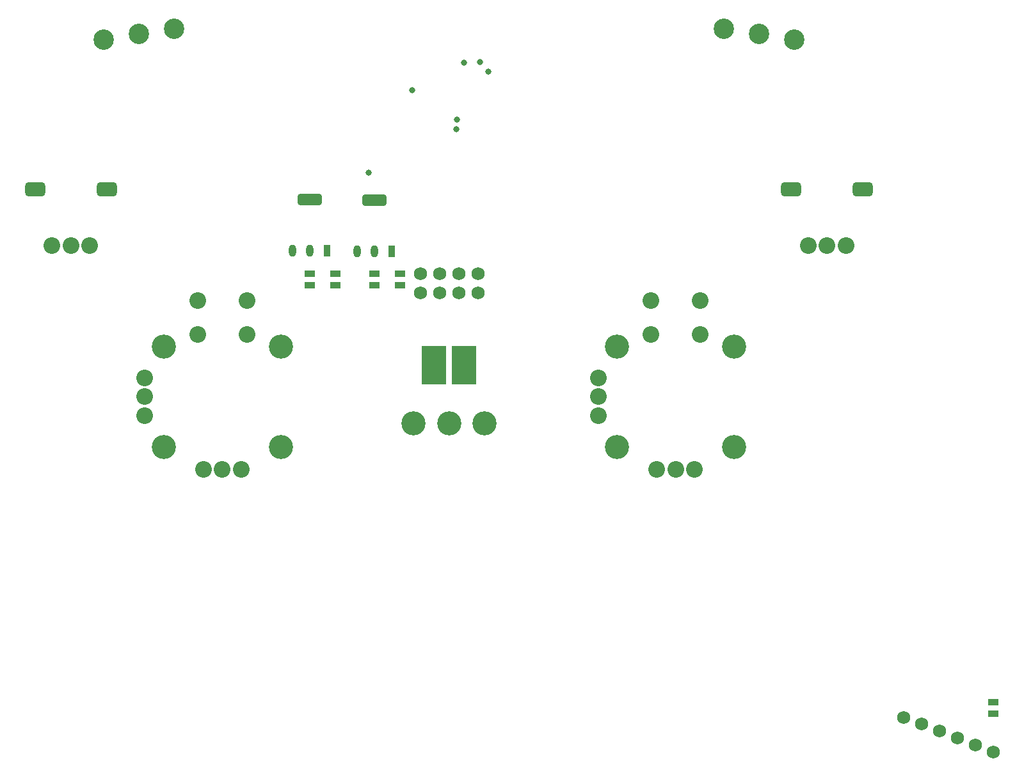
<source format=gbs>
G04*
G04 #@! TF.GenerationSoftware,Altium Limited,Altium Designer,21.1.1 (26)*
G04*
G04 Layer_Color=16711935*
%FSLAX25Y25*%
%MOIN*%
G70*
G04*
G04 #@! TF.SameCoordinates,E5C8E51D-CC19-474A-A973-919B29290584*
G04*
G04*
G04 #@! TF.FilePolarity,Negative*
G04*
G01*
G75*
%ADD24C,0.12611*%
G04:AMPARAMS|DCode=25|XSize=74.93mil|YSize=106.42mil|CornerRadius=20.73mil|HoleSize=0mil|Usage=FLASHONLY|Rotation=90.000|XOffset=0mil|YOffset=0mil|HoleType=Round|Shape=RoundedRectangle|*
%AMROUNDEDRECTD25*
21,1,0.07493,0.06496,0,0,90.0*
21,1,0.03347,0.10642,0,0,90.0*
1,1,0.04146,0.03248,0.01673*
1,1,0.04146,0.03248,-0.01673*
1,1,0.04146,-0.03248,-0.01673*
1,1,0.04146,-0.03248,0.01673*
%
%ADD25ROUNDEDRECTD25*%
%ADD26C,0.08674*%
%ADD27C,0.10642*%
%ADD28C,0.06800*%
%ADD29R,0.12611X0.20485*%
%ADD30C,0.03162*%
%ADD49R,0.05315X0.03740*%
%ADD50R,0.03749X0.06316*%
G04:AMPARAMS|DCode=51|XSize=63.16mil|YSize=37.49mil|CornerRadius=18.74mil|HoleSize=0mil|Usage=FLASHONLY|Rotation=90.000|XOffset=0mil|YOffset=0mil|HoleType=Round|Shape=RoundedRectangle|*
%AMROUNDEDRECTD51*
21,1,0.06316,0.00000,0,0,90.0*
21,1,0.02568,0.03749,0,0,90.0*
1,1,0.03749,0.00000,0.01284*
1,1,0.03749,0.00000,-0.01284*
1,1,0.03749,0.00000,-0.01284*
1,1,0.03749,0.00000,0.01284*
%
%ADD51ROUNDEDRECTD51*%
G04:AMPARAMS|DCode=52|XSize=63.16mil|YSize=128.43mil|CornerRadius=18.63mil|HoleSize=0mil|Usage=FLASHONLY|Rotation=90.000|XOffset=0mil|YOffset=0mil|HoleType=Round|Shape=RoundedRectangle|*
%AMROUNDEDRECTD52*
21,1,0.06316,0.09117,0,0,90.0*
21,1,0.02590,0.12843,0,0,90.0*
1,1,0.03727,0.04558,0.01295*
1,1,0.03727,0.04558,-0.01295*
1,1,0.03727,-0.04558,-0.01295*
1,1,0.03727,-0.04558,0.01295*
%
%ADD52ROUNDEDRECTD52*%
D24*
X0Y45276D02*
D03*
X18504D02*
D03*
X-18504D02*
D03*
X148622Y85236D02*
D03*
Y32874D02*
D03*
X87598Y85236D02*
D03*
Y32874D02*
D03*
X-87598Y85236D02*
D03*
Y32874D02*
D03*
X-148622Y85236D02*
D03*
Y32874D02*
D03*
D25*
X215551Y167323D02*
D03*
X178150D02*
D03*
X-215551D02*
D03*
X-178150D02*
D03*
D26*
X187008Y137795D02*
D03*
X206693D02*
D03*
X196850D02*
D03*
X-196850D02*
D03*
X-187008D02*
D03*
X-206693D02*
D03*
X108268Y21063D02*
D03*
X118110D02*
D03*
X130905Y91535D02*
D03*
X77756Y68898D02*
D03*
Y59055D02*
D03*
Y49213D02*
D03*
X127953Y21063D02*
D03*
X130905Y109252D02*
D03*
X105315D02*
D03*
Y91535D02*
D03*
X-127953Y21063D02*
D03*
X-118110D02*
D03*
X-105315Y91535D02*
D03*
X-158465Y68898D02*
D03*
Y59055D02*
D03*
Y49213D02*
D03*
X-108268Y21063D02*
D03*
X-105315Y109252D02*
D03*
X-130905D02*
D03*
Y91535D02*
D03*
D27*
X-143129Y250845D02*
D03*
X-179706Y245218D02*
D03*
X-161417Y248031D02*
D03*
X179706Y245218D02*
D03*
X143129Y250845D02*
D03*
X161417Y248031D02*
D03*
D28*
X236991Y-108049D02*
D03*
X246314Y-111665D02*
D03*
X255637Y-115281D02*
D03*
X283607Y-126130D02*
D03*
X274284Y-122514D02*
D03*
X264961Y-118898D02*
D03*
X-15000Y113110D02*
D03*
Y123110D02*
D03*
X-5000D02*
D03*
Y113110D02*
D03*
X5000Y123110D02*
D03*
Y113110D02*
D03*
X15000D02*
D03*
Y123110D02*
D03*
D29*
X7874Y75590D02*
D03*
X-7874D02*
D03*
D30*
X7874Y232998D02*
D03*
X16142Y233465D02*
D03*
X-41732Y175984D02*
D03*
X3802Y198425D02*
D03*
X4331Y203543D02*
D03*
X20472Y228346D02*
D03*
X-19291Y218898D02*
D03*
D49*
X283465Y-106102D02*
D03*
Y-100197D02*
D03*
X-59055Y117323D02*
D03*
Y123228D02*
D03*
X-72441Y117323D02*
D03*
Y123228D02*
D03*
X-38976Y117323D02*
D03*
Y123228D02*
D03*
X-25591Y117323D02*
D03*
Y123228D02*
D03*
D50*
X-63386Y135039D02*
D03*
X-29961Y134665D02*
D03*
D51*
X-72402Y135039D02*
D03*
X-81417D02*
D03*
X-38976Y134665D02*
D03*
X-47992D02*
D03*
D52*
X-72402Y161772D02*
D03*
X-38976Y161398D02*
D03*
M02*

</source>
